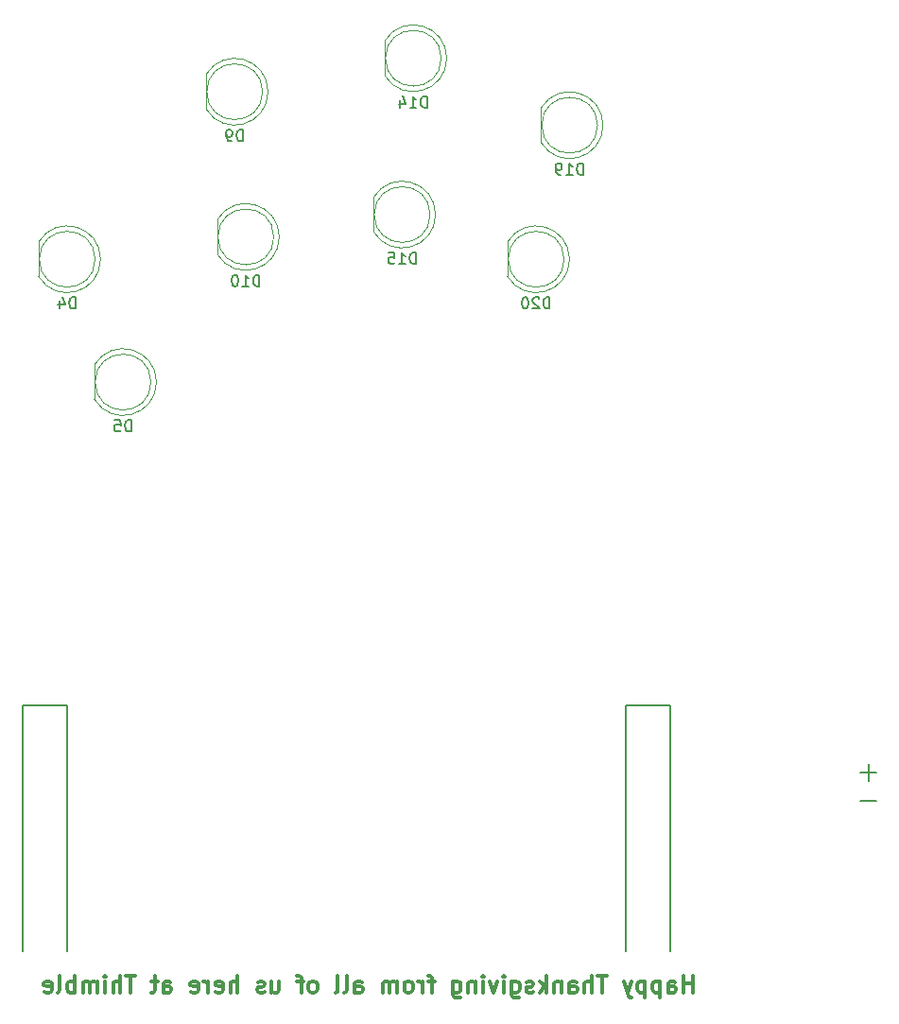
<source format=gbr>
G04 #@! TF.FileFunction,Legend,Bot*
%FSLAX46Y46*%
G04 Gerber Fmt 4.6, Leading zero omitted, Abs format (unit mm)*
G04 Created by KiCad (PCBNEW 4.0.6) date 11/09/17 18:00:55*
%MOMM*%
%LPD*%
G01*
G04 APERTURE LIST*
%ADD10C,0.100000*%
%ADD11C,0.200000*%
%ADD12C,0.300000*%
%ADD13C,0.120000*%
%ADD14C,0.150000*%
G04 APERTURE END LIST*
D10*
D11*
X191000000Y-131500000D02*
X192500000Y-131500000D01*
X191750000Y-128250000D02*
X191750000Y-129750000D01*
X191000000Y-129000000D02*
X192500000Y-129000000D01*
D12*
X176035714Y-148678571D02*
X176035714Y-147178571D01*
X176035714Y-147892857D02*
X175178571Y-147892857D01*
X175178571Y-148678571D02*
X175178571Y-147178571D01*
X173821428Y-148678571D02*
X173821428Y-147892857D01*
X173892857Y-147750000D01*
X174035714Y-147678571D01*
X174321428Y-147678571D01*
X174464285Y-147750000D01*
X173821428Y-148607143D02*
X173964285Y-148678571D01*
X174321428Y-148678571D01*
X174464285Y-148607143D01*
X174535714Y-148464286D01*
X174535714Y-148321429D01*
X174464285Y-148178571D01*
X174321428Y-148107143D01*
X173964285Y-148107143D01*
X173821428Y-148035714D01*
X173107142Y-147678571D02*
X173107142Y-149178571D01*
X173107142Y-147750000D02*
X172964285Y-147678571D01*
X172678571Y-147678571D01*
X172535714Y-147750000D01*
X172464285Y-147821429D01*
X172392856Y-147964286D01*
X172392856Y-148392857D01*
X172464285Y-148535714D01*
X172535714Y-148607143D01*
X172678571Y-148678571D01*
X172964285Y-148678571D01*
X173107142Y-148607143D01*
X171749999Y-147678571D02*
X171749999Y-149178571D01*
X171749999Y-147750000D02*
X171607142Y-147678571D01*
X171321428Y-147678571D01*
X171178571Y-147750000D01*
X171107142Y-147821429D01*
X171035713Y-147964286D01*
X171035713Y-148392857D01*
X171107142Y-148535714D01*
X171178571Y-148607143D01*
X171321428Y-148678571D01*
X171607142Y-148678571D01*
X171749999Y-148607143D01*
X170535713Y-147678571D02*
X170178570Y-148678571D01*
X169821428Y-147678571D02*
X170178570Y-148678571D01*
X170321428Y-149035714D01*
X170392856Y-149107143D01*
X170535713Y-149178571D01*
X168321428Y-147178571D02*
X167464285Y-147178571D01*
X167892856Y-148678571D02*
X167892856Y-147178571D01*
X166964285Y-148678571D02*
X166964285Y-147178571D01*
X166321428Y-148678571D02*
X166321428Y-147892857D01*
X166392857Y-147750000D01*
X166535714Y-147678571D01*
X166749999Y-147678571D01*
X166892857Y-147750000D01*
X166964285Y-147821429D01*
X164964285Y-148678571D02*
X164964285Y-147892857D01*
X165035714Y-147750000D01*
X165178571Y-147678571D01*
X165464285Y-147678571D01*
X165607142Y-147750000D01*
X164964285Y-148607143D02*
X165107142Y-148678571D01*
X165464285Y-148678571D01*
X165607142Y-148607143D01*
X165678571Y-148464286D01*
X165678571Y-148321429D01*
X165607142Y-148178571D01*
X165464285Y-148107143D01*
X165107142Y-148107143D01*
X164964285Y-148035714D01*
X164249999Y-147678571D02*
X164249999Y-148678571D01*
X164249999Y-147821429D02*
X164178571Y-147750000D01*
X164035713Y-147678571D01*
X163821428Y-147678571D01*
X163678571Y-147750000D01*
X163607142Y-147892857D01*
X163607142Y-148678571D01*
X162892856Y-148678571D02*
X162892856Y-147178571D01*
X162749999Y-148107143D02*
X162321428Y-148678571D01*
X162321428Y-147678571D02*
X162892856Y-148250000D01*
X161749999Y-148607143D02*
X161607142Y-148678571D01*
X161321427Y-148678571D01*
X161178570Y-148607143D01*
X161107142Y-148464286D01*
X161107142Y-148392857D01*
X161178570Y-148250000D01*
X161321427Y-148178571D01*
X161535713Y-148178571D01*
X161678570Y-148107143D01*
X161749999Y-147964286D01*
X161749999Y-147892857D01*
X161678570Y-147750000D01*
X161535713Y-147678571D01*
X161321427Y-147678571D01*
X161178570Y-147750000D01*
X159821427Y-147678571D02*
X159821427Y-148892857D01*
X159892856Y-149035714D01*
X159964284Y-149107143D01*
X160107141Y-149178571D01*
X160321427Y-149178571D01*
X160464284Y-149107143D01*
X159821427Y-148607143D02*
X159964284Y-148678571D01*
X160249998Y-148678571D01*
X160392856Y-148607143D01*
X160464284Y-148535714D01*
X160535713Y-148392857D01*
X160535713Y-147964286D01*
X160464284Y-147821429D01*
X160392856Y-147750000D01*
X160249998Y-147678571D01*
X159964284Y-147678571D01*
X159821427Y-147750000D01*
X159107141Y-148678571D02*
X159107141Y-147678571D01*
X159107141Y-147178571D02*
X159178570Y-147250000D01*
X159107141Y-147321429D01*
X159035713Y-147250000D01*
X159107141Y-147178571D01*
X159107141Y-147321429D01*
X158535712Y-147678571D02*
X158178569Y-148678571D01*
X157821427Y-147678571D01*
X157249998Y-148678571D02*
X157249998Y-147678571D01*
X157249998Y-147178571D02*
X157321427Y-147250000D01*
X157249998Y-147321429D01*
X157178570Y-147250000D01*
X157249998Y-147178571D01*
X157249998Y-147321429D01*
X156535712Y-147678571D02*
X156535712Y-148678571D01*
X156535712Y-147821429D02*
X156464284Y-147750000D01*
X156321426Y-147678571D01*
X156107141Y-147678571D01*
X155964284Y-147750000D01*
X155892855Y-147892857D01*
X155892855Y-148678571D01*
X154535712Y-147678571D02*
X154535712Y-148892857D01*
X154607141Y-149035714D01*
X154678569Y-149107143D01*
X154821426Y-149178571D01*
X155035712Y-149178571D01*
X155178569Y-149107143D01*
X154535712Y-148607143D02*
X154678569Y-148678571D01*
X154964283Y-148678571D01*
X155107141Y-148607143D01*
X155178569Y-148535714D01*
X155249998Y-148392857D01*
X155249998Y-147964286D01*
X155178569Y-147821429D01*
X155107141Y-147750000D01*
X154964283Y-147678571D01*
X154678569Y-147678571D01*
X154535712Y-147750000D01*
X152892855Y-147678571D02*
X152321426Y-147678571D01*
X152678569Y-148678571D02*
X152678569Y-147392857D01*
X152607141Y-147250000D01*
X152464283Y-147178571D01*
X152321426Y-147178571D01*
X151821426Y-148678571D02*
X151821426Y-147678571D01*
X151821426Y-147964286D02*
X151749998Y-147821429D01*
X151678569Y-147750000D01*
X151535712Y-147678571D01*
X151392855Y-147678571D01*
X150678569Y-148678571D02*
X150821427Y-148607143D01*
X150892855Y-148535714D01*
X150964284Y-148392857D01*
X150964284Y-147964286D01*
X150892855Y-147821429D01*
X150821427Y-147750000D01*
X150678569Y-147678571D01*
X150464284Y-147678571D01*
X150321427Y-147750000D01*
X150249998Y-147821429D01*
X150178569Y-147964286D01*
X150178569Y-148392857D01*
X150249998Y-148535714D01*
X150321427Y-148607143D01*
X150464284Y-148678571D01*
X150678569Y-148678571D01*
X149535712Y-148678571D02*
X149535712Y-147678571D01*
X149535712Y-147821429D02*
X149464284Y-147750000D01*
X149321426Y-147678571D01*
X149107141Y-147678571D01*
X148964284Y-147750000D01*
X148892855Y-147892857D01*
X148892855Y-148678571D01*
X148892855Y-147892857D02*
X148821426Y-147750000D01*
X148678569Y-147678571D01*
X148464284Y-147678571D01*
X148321426Y-147750000D01*
X148249998Y-147892857D01*
X148249998Y-148678571D01*
X145749998Y-148678571D02*
X145749998Y-147892857D01*
X145821427Y-147750000D01*
X145964284Y-147678571D01*
X146249998Y-147678571D01*
X146392855Y-147750000D01*
X145749998Y-148607143D02*
X145892855Y-148678571D01*
X146249998Y-148678571D01*
X146392855Y-148607143D01*
X146464284Y-148464286D01*
X146464284Y-148321429D01*
X146392855Y-148178571D01*
X146249998Y-148107143D01*
X145892855Y-148107143D01*
X145749998Y-148035714D01*
X144821426Y-148678571D02*
X144964284Y-148607143D01*
X145035712Y-148464286D01*
X145035712Y-147178571D01*
X144035712Y-148678571D02*
X144178570Y-148607143D01*
X144249998Y-148464286D01*
X144249998Y-147178571D01*
X142107141Y-148678571D02*
X142249999Y-148607143D01*
X142321427Y-148535714D01*
X142392856Y-148392857D01*
X142392856Y-147964286D01*
X142321427Y-147821429D01*
X142249999Y-147750000D01*
X142107141Y-147678571D01*
X141892856Y-147678571D01*
X141749999Y-147750000D01*
X141678570Y-147821429D01*
X141607141Y-147964286D01*
X141607141Y-148392857D01*
X141678570Y-148535714D01*
X141749999Y-148607143D01*
X141892856Y-148678571D01*
X142107141Y-148678571D01*
X141178570Y-147678571D02*
X140607141Y-147678571D01*
X140964284Y-148678571D02*
X140964284Y-147392857D01*
X140892856Y-147250000D01*
X140749998Y-147178571D01*
X140607141Y-147178571D01*
X138321427Y-147678571D02*
X138321427Y-148678571D01*
X138964284Y-147678571D02*
X138964284Y-148464286D01*
X138892856Y-148607143D01*
X138749998Y-148678571D01*
X138535713Y-148678571D01*
X138392856Y-148607143D01*
X138321427Y-148535714D01*
X137678570Y-148607143D02*
X137535713Y-148678571D01*
X137249998Y-148678571D01*
X137107141Y-148607143D01*
X137035713Y-148464286D01*
X137035713Y-148392857D01*
X137107141Y-148250000D01*
X137249998Y-148178571D01*
X137464284Y-148178571D01*
X137607141Y-148107143D01*
X137678570Y-147964286D01*
X137678570Y-147892857D01*
X137607141Y-147750000D01*
X137464284Y-147678571D01*
X137249998Y-147678571D01*
X137107141Y-147750000D01*
X135249998Y-148678571D02*
X135249998Y-147178571D01*
X134607141Y-148678571D02*
X134607141Y-147892857D01*
X134678570Y-147750000D01*
X134821427Y-147678571D01*
X135035712Y-147678571D01*
X135178570Y-147750000D01*
X135249998Y-147821429D01*
X133321427Y-148607143D02*
X133464284Y-148678571D01*
X133749998Y-148678571D01*
X133892855Y-148607143D01*
X133964284Y-148464286D01*
X133964284Y-147892857D01*
X133892855Y-147750000D01*
X133749998Y-147678571D01*
X133464284Y-147678571D01*
X133321427Y-147750000D01*
X133249998Y-147892857D01*
X133249998Y-148035714D01*
X133964284Y-148178571D01*
X132607141Y-148678571D02*
X132607141Y-147678571D01*
X132607141Y-147964286D02*
X132535713Y-147821429D01*
X132464284Y-147750000D01*
X132321427Y-147678571D01*
X132178570Y-147678571D01*
X131107142Y-148607143D02*
X131249999Y-148678571D01*
X131535713Y-148678571D01*
X131678570Y-148607143D01*
X131749999Y-148464286D01*
X131749999Y-147892857D01*
X131678570Y-147750000D01*
X131535713Y-147678571D01*
X131249999Y-147678571D01*
X131107142Y-147750000D01*
X131035713Y-147892857D01*
X131035713Y-148035714D01*
X131749999Y-148178571D01*
X128607142Y-148678571D02*
X128607142Y-147892857D01*
X128678571Y-147750000D01*
X128821428Y-147678571D01*
X129107142Y-147678571D01*
X129249999Y-147750000D01*
X128607142Y-148607143D02*
X128749999Y-148678571D01*
X129107142Y-148678571D01*
X129249999Y-148607143D01*
X129321428Y-148464286D01*
X129321428Y-148321429D01*
X129249999Y-148178571D01*
X129107142Y-148107143D01*
X128749999Y-148107143D01*
X128607142Y-148035714D01*
X128107142Y-147678571D02*
X127535713Y-147678571D01*
X127892856Y-147178571D02*
X127892856Y-148464286D01*
X127821428Y-148607143D01*
X127678570Y-148678571D01*
X127535713Y-148678571D01*
X126107142Y-147178571D02*
X125249999Y-147178571D01*
X125678570Y-148678571D02*
X125678570Y-147178571D01*
X124749999Y-148678571D02*
X124749999Y-147178571D01*
X124107142Y-148678571D02*
X124107142Y-147892857D01*
X124178571Y-147750000D01*
X124321428Y-147678571D01*
X124535713Y-147678571D01*
X124678571Y-147750000D01*
X124749999Y-147821429D01*
X123392856Y-148678571D02*
X123392856Y-147678571D01*
X123392856Y-147178571D02*
X123464285Y-147250000D01*
X123392856Y-147321429D01*
X123321428Y-147250000D01*
X123392856Y-147178571D01*
X123392856Y-147321429D01*
X122678570Y-148678571D02*
X122678570Y-147678571D01*
X122678570Y-147821429D02*
X122607142Y-147750000D01*
X122464284Y-147678571D01*
X122249999Y-147678571D01*
X122107142Y-147750000D01*
X122035713Y-147892857D01*
X122035713Y-148678571D01*
X122035713Y-147892857D02*
X121964284Y-147750000D01*
X121821427Y-147678571D01*
X121607142Y-147678571D01*
X121464284Y-147750000D01*
X121392856Y-147892857D01*
X121392856Y-148678571D01*
X120678570Y-148678571D02*
X120678570Y-147178571D01*
X120678570Y-147750000D02*
X120535713Y-147678571D01*
X120249999Y-147678571D01*
X120107142Y-147750000D01*
X120035713Y-147821429D01*
X119964284Y-147964286D01*
X119964284Y-148392857D01*
X120035713Y-148535714D01*
X120107142Y-148607143D01*
X120249999Y-148678571D01*
X120535713Y-148678571D01*
X120678570Y-148607143D01*
X119107141Y-148678571D02*
X119249999Y-148607143D01*
X119321427Y-148464286D01*
X119321427Y-147178571D01*
X117964285Y-148607143D02*
X118107142Y-148678571D01*
X118392856Y-148678571D01*
X118535713Y-148607143D01*
X118607142Y-148464286D01*
X118607142Y-147892857D01*
X118535713Y-147750000D01*
X118392856Y-147678571D01*
X118107142Y-147678571D01*
X117964285Y-147750000D01*
X117892856Y-147892857D01*
X117892856Y-148035714D01*
X118607142Y-148178571D01*
D11*
X174000000Y-123000000D02*
X170000000Y-123000000D01*
X174000000Y-145000000D02*
X174000000Y-123000000D01*
X116000000Y-123000000D02*
X120000000Y-123000000D01*
X170000000Y-145000000D02*
X170000000Y-123000000D01*
X116000000Y-145000000D02*
X116000000Y-123000000D01*
X120000000Y-145000000D02*
X120000000Y-123000000D01*
D13*
X122990000Y-83031538D02*
G75*
G02X117440000Y-84576830I-2990000J-462D01*
G01*
X122990000Y-83032462D02*
G75*
G03X117440000Y-81487170I-2990000J462D01*
G01*
X122500000Y-83032000D02*
G75*
G03X122500000Y-83032000I-2500000J0D01*
G01*
X117440000Y-84577000D02*
X117440000Y-81487000D01*
X127990000Y-94031538D02*
G75*
G02X122440000Y-95576830I-2990000J-462D01*
G01*
X127990000Y-94032462D02*
G75*
G03X122440000Y-92487170I-2990000J462D01*
G01*
X127500000Y-94032000D02*
G75*
G03X127500000Y-94032000I-2500000J0D01*
G01*
X122440000Y-95577000D02*
X122440000Y-92487000D01*
X137990000Y-68031538D02*
G75*
G02X132440000Y-69576830I-2990000J-462D01*
G01*
X137990000Y-68032462D02*
G75*
G03X132440000Y-66487170I-2990000J462D01*
G01*
X137500000Y-68032000D02*
G75*
G03X137500000Y-68032000I-2500000J0D01*
G01*
X132440000Y-69577000D02*
X132440000Y-66487000D01*
X138990000Y-81031538D02*
G75*
G02X133440000Y-82576830I-2990000J-462D01*
G01*
X138990000Y-81032462D02*
G75*
G03X133440000Y-79487170I-2990000J462D01*
G01*
X138500000Y-81032000D02*
G75*
G03X138500000Y-81032000I-2500000J0D01*
G01*
X133440000Y-82577000D02*
X133440000Y-79487000D01*
X153990000Y-65031538D02*
G75*
G02X148440000Y-66576830I-2990000J-462D01*
G01*
X153990000Y-65032462D02*
G75*
G03X148440000Y-63487170I-2990000J462D01*
G01*
X153500000Y-65032000D02*
G75*
G03X153500000Y-65032000I-2500000J0D01*
G01*
X148440000Y-66577000D02*
X148440000Y-63487000D01*
X152990000Y-79031538D02*
G75*
G02X147440000Y-80576830I-2990000J-462D01*
G01*
X152990000Y-79032462D02*
G75*
G03X147440000Y-77487170I-2990000J462D01*
G01*
X152500000Y-79032000D02*
G75*
G03X152500000Y-79032000I-2500000J0D01*
G01*
X147440000Y-80577000D02*
X147440000Y-77487000D01*
X167990000Y-71031538D02*
G75*
G02X162440000Y-72576830I-2990000J-462D01*
G01*
X167990000Y-71032462D02*
G75*
G03X162440000Y-69487170I-2990000J462D01*
G01*
X167500000Y-71032000D02*
G75*
G03X167500000Y-71032000I-2500000J0D01*
G01*
X162440000Y-72577000D02*
X162440000Y-69487000D01*
X164990000Y-83031538D02*
G75*
G02X159440000Y-84576830I-2990000J-462D01*
G01*
X164990000Y-83032462D02*
G75*
G03X159440000Y-81487170I-2990000J462D01*
G01*
X164500000Y-83032000D02*
G75*
G03X164500000Y-83032000I-2500000J0D01*
G01*
X159440000Y-84577000D02*
X159440000Y-81487000D01*
D14*
X120738095Y-87444381D02*
X120738095Y-86444381D01*
X120500000Y-86444381D01*
X120357142Y-86492000D01*
X120261904Y-86587238D01*
X120214285Y-86682476D01*
X120166666Y-86872952D01*
X120166666Y-87015810D01*
X120214285Y-87206286D01*
X120261904Y-87301524D01*
X120357142Y-87396762D01*
X120500000Y-87444381D01*
X120738095Y-87444381D01*
X119309523Y-86777714D02*
X119309523Y-87444381D01*
X119547619Y-86396762D02*
X119785714Y-87111048D01*
X119166666Y-87111048D01*
X125738095Y-98444381D02*
X125738095Y-97444381D01*
X125500000Y-97444381D01*
X125357142Y-97492000D01*
X125261904Y-97587238D01*
X125214285Y-97682476D01*
X125166666Y-97872952D01*
X125166666Y-98015810D01*
X125214285Y-98206286D01*
X125261904Y-98301524D01*
X125357142Y-98396762D01*
X125500000Y-98444381D01*
X125738095Y-98444381D01*
X124261904Y-97444381D02*
X124738095Y-97444381D01*
X124785714Y-97920571D01*
X124738095Y-97872952D01*
X124642857Y-97825333D01*
X124404761Y-97825333D01*
X124309523Y-97872952D01*
X124261904Y-97920571D01*
X124214285Y-98015810D01*
X124214285Y-98253905D01*
X124261904Y-98349143D01*
X124309523Y-98396762D01*
X124404761Y-98444381D01*
X124642857Y-98444381D01*
X124738095Y-98396762D01*
X124785714Y-98349143D01*
X135738095Y-72444381D02*
X135738095Y-71444381D01*
X135500000Y-71444381D01*
X135357142Y-71492000D01*
X135261904Y-71587238D01*
X135214285Y-71682476D01*
X135166666Y-71872952D01*
X135166666Y-72015810D01*
X135214285Y-72206286D01*
X135261904Y-72301524D01*
X135357142Y-72396762D01*
X135500000Y-72444381D01*
X135738095Y-72444381D01*
X134690476Y-72444381D02*
X134500000Y-72444381D01*
X134404761Y-72396762D01*
X134357142Y-72349143D01*
X134261904Y-72206286D01*
X134214285Y-72015810D01*
X134214285Y-71634857D01*
X134261904Y-71539619D01*
X134309523Y-71492000D01*
X134404761Y-71444381D01*
X134595238Y-71444381D01*
X134690476Y-71492000D01*
X134738095Y-71539619D01*
X134785714Y-71634857D01*
X134785714Y-71872952D01*
X134738095Y-71968190D01*
X134690476Y-72015810D01*
X134595238Y-72063429D01*
X134404761Y-72063429D01*
X134309523Y-72015810D01*
X134261904Y-71968190D01*
X134214285Y-71872952D01*
X137214286Y-85444381D02*
X137214286Y-84444381D01*
X136976191Y-84444381D01*
X136833333Y-84492000D01*
X136738095Y-84587238D01*
X136690476Y-84682476D01*
X136642857Y-84872952D01*
X136642857Y-85015810D01*
X136690476Y-85206286D01*
X136738095Y-85301524D01*
X136833333Y-85396762D01*
X136976191Y-85444381D01*
X137214286Y-85444381D01*
X135690476Y-85444381D02*
X136261905Y-85444381D01*
X135976191Y-85444381D02*
X135976191Y-84444381D01*
X136071429Y-84587238D01*
X136166667Y-84682476D01*
X136261905Y-84730095D01*
X135071429Y-84444381D02*
X134976190Y-84444381D01*
X134880952Y-84492000D01*
X134833333Y-84539619D01*
X134785714Y-84634857D01*
X134738095Y-84825333D01*
X134738095Y-85063429D01*
X134785714Y-85253905D01*
X134833333Y-85349143D01*
X134880952Y-85396762D01*
X134976190Y-85444381D01*
X135071429Y-85444381D01*
X135166667Y-85396762D01*
X135214286Y-85349143D01*
X135261905Y-85253905D01*
X135309524Y-85063429D01*
X135309524Y-84825333D01*
X135261905Y-84634857D01*
X135214286Y-84539619D01*
X135166667Y-84492000D01*
X135071429Y-84444381D01*
X152214286Y-69444381D02*
X152214286Y-68444381D01*
X151976191Y-68444381D01*
X151833333Y-68492000D01*
X151738095Y-68587238D01*
X151690476Y-68682476D01*
X151642857Y-68872952D01*
X151642857Y-69015810D01*
X151690476Y-69206286D01*
X151738095Y-69301524D01*
X151833333Y-69396762D01*
X151976191Y-69444381D01*
X152214286Y-69444381D01*
X150690476Y-69444381D02*
X151261905Y-69444381D01*
X150976191Y-69444381D02*
X150976191Y-68444381D01*
X151071429Y-68587238D01*
X151166667Y-68682476D01*
X151261905Y-68730095D01*
X149833333Y-68777714D02*
X149833333Y-69444381D01*
X150071429Y-68396762D02*
X150309524Y-69111048D01*
X149690476Y-69111048D01*
X151214286Y-83444381D02*
X151214286Y-82444381D01*
X150976191Y-82444381D01*
X150833333Y-82492000D01*
X150738095Y-82587238D01*
X150690476Y-82682476D01*
X150642857Y-82872952D01*
X150642857Y-83015810D01*
X150690476Y-83206286D01*
X150738095Y-83301524D01*
X150833333Y-83396762D01*
X150976191Y-83444381D01*
X151214286Y-83444381D01*
X149690476Y-83444381D02*
X150261905Y-83444381D01*
X149976191Y-83444381D02*
X149976191Y-82444381D01*
X150071429Y-82587238D01*
X150166667Y-82682476D01*
X150261905Y-82730095D01*
X148785714Y-82444381D02*
X149261905Y-82444381D01*
X149309524Y-82920571D01*
X149261905Y-82872952D01*
X149166667Y-82825333D01*
X148928571Y-82825333D01*
X148833333Y-82872952D01*
X148785714Y-82920571D01*
X148738095Y-83015810D01*
X148738095Y-83253905D01*
X148785714Y-83349143D01*
X148833333Y-83396762D01*
X148928571Y-83444381D01*
X149166667Y-83444381D01*
X149261905Y-83396762D01*
X149309524Y-83349143D01*
X166214286Y-75444381D02*
X166214286Y-74444381D01*
X165976191Y-74444381D01*
X165833333Y-74492000D01*
X165738095Y-74587238D01*
X165690476Y-74682476D01*
X165642857Y-74872952D01*
X165642857Y-75015810D01*
X165690476Y-75206286D01*
X165738095Y-75301524D01*
X165833333Y-75396762D01*
X165976191Y-75444381D01*
X166214286Y-75444381D01*
X164690476Y-75444381D02*
X165261905Y-75444381D01*
X164976191Y-75444381D02*
X164976191Y-74444381D01*
X165071429Y-74587238D01*
X165166667Y-74682476D01*
X165261905Y-74730095D01*
X164214286Y-75444381D02*
X164023810Y-75444381D01*
X163928571Y-75396762D01*
X163880952Y-75349143D01*
X163785714Y-75206286D01*
X163738095Y-75015810D01*
X163738095Y-74634857D01*
X163785714Y-74539619D01*
X163833333Y-74492000D01*
X163928571Y-74444381D01*
X164119048Y-74444381D01*
X164214286Y-74492000D01*
X164261905Y-74539619D01*
X164309524Y-74634857D01*
X164309524Y-74872952D01*
X164261905Y-74968190D01*
X164214286Y-75015810D01*
X164119048Y-75063429D01*
X163928571Y-75063429D01*
X163833333Y-75015810D01*
X163785714Y-74968190D01*
X163738095Y-74872952D01*
X163214286Y-87444381D02*
X163214286Y-86444381D01*
X162976191Y-86444381D01*
X162833333Y-86492000D01*
X162738095Y-86587238D01*
X162690476Y-86682476D01*
X162642857Y-86872952D01*
X162642857Y-87015810D01*
X162690476Y-87206286D01*
X162738095Y-87301524D01*
X162833333Y-87396762D01*
X162976191Y-87444381D01*
X163214286Y-87444381D01*
X162261905Y-86539619D02*
X162214286Y-86492000D01*
X162119048Y-86444381D01*
X161880952Y-86444381D01*
X161785714Y-86492000D01*
X161738095Y-86539619D01*
X161690476Y-86634857D01*
X161690476Y-86730095D01*
X161738095Y-86872952D01*
X162309524Y-87444381D01*
X161690476Y-87444381D01*
X161071429Y-86444381D02*
X160976190Y-86444381D01*
X160880952Y-86492000D01*
X160833333Y-86539619D01*
X160785714Y-86634857D01*
X160738095Y-86825333D01*
X160738095Y-87063429D01*
X160785714Y-87253905D01*
X160833333Y-87349143D01*
X160880952Y-87396762D01*
X160976190Y-87444381D01*
X161071429Y-87444381D01*
X161166667Y-87396762D01*
X161214286Y-87349143D01*
X161261905Y-87253905D01*
X161309524Y-87063429D01*
X161309524Y-86825333D01*
X161261905Y-86634857D01*
X161214286Y-86539619D01*
X161166667Y-86492000D01*
X161071429Y-86444381D01*
M02*

</source>
